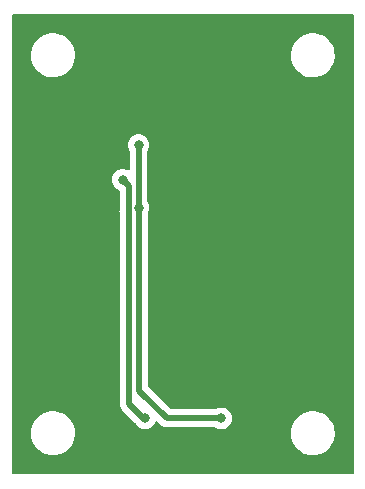
<source format=gbr>
%TF.GenerationSoftware,KiCad,Pcbnew,(6.0.0)*%
%TF.CreationDate,2022-01-16T13:33:15+00:00*%
%TF.ProjectId,Relay_RF,52656c61-795f-4524-962e-6b696361645f,rev?*%
%TF.SameCoordinates,Original*%
%TF.FileFunction,Copper,L3,Inr*%
%TF.FilePolarity,Positive*%
%FSLAX46Y46*%
G04 Gerber Fmt 4.6, Leading zero omitted, Abs format (unit mm)*
G04 Created by KiCad (PCBNEW (6.0.0)) date 2022-01-16 13:33:15*
%MOMM*%
%LPD*%
G01*
G04 APERTURE LIST*
%TA.AperFunction,ViaPad*%
%ADD10C,0.800000*%
%TD*%
%TA.AperFunction,Conductor*%
%ADD11C,0.500000*%
%TD*%
G04 APERTURE END LIST*
D10*
%TO.N,GND*%
X123650000Y-117750000D03*
X127400000Y-109100000D03*
X119000000Y-126350000D03*
X101100000Y-124800000D03*
X116500000Y-118650000D03*
X124450000Y-112350000D03*
X120800000Y-122400000D03*
X124700000Y-125800000D03*
X116500000Y-120250000D03*
X104150000Y-124850000D03*
X113300000Y-128250000D03*
X113300000Y-131450000D03*
X116500000Y-123450000D03*
X107100000Y-119100000D03*
X116500000Y-129850000D03*
X128850000Y-131750000D03*
X116500000Y-125050000D03*
X104200000Y-115500000D03*
X106800000Y-123550000D03*
X128850000Y-122400000D03*
X127450000Y-131700000D03*
X123150000Y-113000000D03*
X106000000Y-121300000D03*
X113300000Y-123450000D03*
X116500000Y-121850000D03*
X113300000Y-129850000D03*
X108800000Y-120950000D03*
X122300000Y-129400000D03*
X122100000Y-113900000D03*
X123350000Y-119100000D03*
X104850000Y-118750000D03*
X114900000Y-123450000D03*
X104850000Y-117200000D03*
X114900000Y-121850000D03*
X123150000Y-128450000D03*
X113300000Y-125050000D03*
X127400000Y-118400000D03*
X116500000Y-126650000D03*
X114900000Y-118650000D03*
X121350000Y-115250000D03*
X125900000Y-122400000D03*
X116500000Y-131450000D03*
X114900000Y-120250000D03*
X113300000Y-121850000D03*
X114900000Y-125050000D03*
X102600000Y-124850000D03*
X122150000Y-126300000D03*
X124450000Y-110450000D03*
X114900000Y-131450000D03*
X107200000Y-124800000D03*
X102650000Y-115500000D03*
X124750000Y-124250000D03*
X128850000Y-109100000D03*
X124750000Y-129950000D03*
X109050000Y-122250000D03*
X121000000Y-127350000D03*
X125900000Y-131750000D03*
X128850000Y-118350000D03*
X123650000Y-116250000D03*
X106650000Y-122250000D03*
X125900000Y-109100000D03*
X108000000Y-125700000D03*
X123400000Y-125850000D03*
X113300000Y-126650000D03*
X127450000Y-122400000D03*
X109200000Y-126200000D03*
X108050000Y-119850000D03*
X114900000Y-129850000D03*
X124750000Y-128250000D03*
X101050000Y-115500000D03*
X118900000Y-107000000D03*
X113300000Y-120250000D03*
X121600000Y-121200000D03*
X114900000Y-126650000D03*
X121300000Y-116700000D03*
X113300000Y-118650000D03*
X120950000Y-130000000D03*
X116500000Y-128250000D03*
X109150000Y-123550000D03*
X119000000Y-123600000D03*
X104850000Y-121250000D03*
X114900000Y-128250000D03*
X122600000Y-120250000D03*
X121000000Y-118300000D03*
X106050000Y-118800000D03*
X124500000Y-115200000D03*
X104850000Y-122750000D03*
X125900000Y-118400000D03*
%TO.N,Net-(C1-Pad1)*%
X111250000Y-116900000D03*
X118250000Y-134750000D03*
X111250000Y-111600000D03*
%TO.N,Net-(D1-Pad1)*%
X111800000Y-134750000D03*
X109900000Y-114550000D03*
%TD*%
D11*
%TO.N,Net-(C1-Pad1)*%
X111300000Y-132400000D02*
X111300000Y-116950000D01*
X118250000Y-134750000D02*
X113650000Y-134750000D01*
X113650000Y-134750000D02*
X111300000Y-132400000D01*
X111250000Y-111600000D02*
X111250000Y-116900000D01*
X111300000Y-116950000D02*
X111250000Y-116900000D01*
%TO.N,Net-(D1-Pad1)*%
X110450000Y-115100000D02*
X109900000Y-114550000D01*
X110450000Y-133550000D02*
X110450000Y-117301391D01*
X111800000Y-134750000D02*
X111650000Y-134750000D01*
X110400489Y-117251880D02*
X110400489Y-116548120D01*
X111650000Y-134750000D02*
X110450000Y-133550000D01*
X110450000Y-116498609D02*
X110450000Y-115100000D01*
X110450000Y-117301391D02*
X110400489Y-117251880D01*
X110400489Y-116548120D02*
X110450000Y-116498609D01*
%TD*%
%TA.AperFunction,Conductor*%
%TO.N,GND*%
G36*
X129434121Y-100528002D02*
G01*
X129480614Y-100581658D01*
X129492000Y-100634000D01*
X129492000Y-139366000D01*
X129471998Y-139434121D01*
X129418342Y-139480614D01*
X129366000Y-139492000D01*
X100634000Y-139492000D01*
X100565879Y-139471998D01*
X100519386Y-139418342D01*
X100508000Y-139366000D01*
X100508000Y-136042277D01*
X102137009Y-136042277D01*
X102162625Y-136310769D01*
X102163710Y-136315203D01*
X102163711Y-136315209D01*
X102225645Y-136568312D01*
X102226731Y-136572750D01*
X102327985Y-136822733D01*
X102464265Y-137055482D01*
X102467118Y-137059049D01*
X102584686Y-137206060D01*
X102632716Y-137266119D01*
X102829809Y-137450234D01*
X103051416Y-137603968D01*
X103055499Y-137605999D01*
X103055502Y-137606001D01*
X103171013Y-137663466D01*
X103292894Y-137724101D01*
X103297228Y-137725522D01*
X103297231Y-137725523D01*
X103544853Y-137806698D01*
X103544859Y-137806699D01*
X103549186Y-137808118D01*
X103553677Y-137808898D01*
X103553678Y-137808898D01*
X103811140Y-137853601D01*
X103811148Y-137853602D01*
X103814921Y-137854257D01*
X103818758Y-137854448D01*
X103898578Y-137858422D01*
X103898586Y-137858422D01*
X103900149Y-137858500D01*
X104068512Y-137858500D01*
X104070780Y-137858335D01*
X104070792Y-137858335D01*
X104201884Y-137848823D01*
X104269004Y-137843953D01*
X104273459Y-137842969D01*
X104273462Y-137842969D01*
X104527912Y-137786791D01*
X104527916Y-137786790D01*
X104532372Y-137785806D01*
X104658480Y-137738028D01*
X104780318Y-137691868D01*
X104780321Y-137691867D01*
X104784588Y-137690250D01*
X105020368Y-137559286D01*
X105234773Y-137395657D01*
X105423312Y-137202792D01*
X105582034Y-136984730D01*
X105665190Y-136826676D01*
X105705490Y-136750079D01*
X105705493Y-136750073D01*
X105707615Y-136746039D01*
X105770378Y-136568312D01*
X105795902Y-136496033D01*
X105795902Y-136496032D01*
X105797425Y-136491720D01*
X105849581Y-136227100D01*
X105858782Y-136042277D01*
X124137009Y-136042277D01*
X124162625Y-136310769D01*
X124163710Y-136315203D01*
X124163711Y-136315209D01*
X124225645Y-136568312D01*
X124226731Y-136572750D01*
X124327985Y-136822733D01*
X124464265Y-137055482D01*
X124467118Y-137059049D01*
X124584686Y-137206060D01*
X124632716Y-137266119D01*
X124829809Y-137450234D01*
X125051416Y-137603968D01*
X125055499Y-137605999D01*
X125055502Y-137606001D01*
X125171013Y-137663466D01*
X125292894Y-137724101D01*
X125297228Y-137725522D01*
X125297231Y-137725523D01*
X125544853Y-137806698D01*
X125544859Y-137806699D01*
X125549186Y-137808118D01*
X125553677Y-137808898D01*
X125553678Y-137808898D01*
X125811140Y-137853601D01*
X125811148Y-137853602D01*
X125814921Y-137854257D01*
X125818758Y-137854448D01*
X125898578Y-137858422D01*
X125898586Y-137858422D01*
X125900149Y-137858500D01*
X126068512Y-137858500D01*
X126070780Y-137858335D01*
X126070792Y-137858335D01*
X126201884Y-137848823D01*
X126269004Y-137843953D01*
X126273459Y-137842969D01*
X126273462Y-137842969D01*
X126527912Y-137786791D01*
X126527916Y-137786790D01*
X126532372Y-137785806D01*
X126658480Y-137738028D01*
X126780318Y-137691868D01*
X126780321Y-137691867D01*
X126784588Y-137690250D01*
X127020368Y-137559286D01*
X127234773Y-137395657D01*
X127423312Y-137202792D01*
X127582034Y-136984730D01*
X127665190Y-136826676D01*
X127705490Y-136750079D01*
X127705493Y-136750073D01*
X127707615Y-136746039D01*
X127770378Y-136568312D01*
X127795902Y-136496033D01*
X127795902Y-136496032D01*
X127797425Y-136491720D01*
X127849581Y-136227100D01*
X127858782Y-136042277D01*
X127862764Y-135962292D01*
X127862764Y-135962286D01*
X127862991Y-135957723D01*
X127837375Y-135689231D01*
X127829856Y-135658500D01*
X127774355Y-135431688D01*
X127773269Y-135427250D01*
X127672015Y-135177267D01*
X127535735Y-134944518D01*
X127417928Y-134797208D01*
X127370136Y-134737447D01*
X127370135Y-134737445D01*
X127367284Y-134733881D01*
X127170191Y-134549766D01*
X126948584Y-134396032D01*
X126944501Y-134394001D01*
X126944498Y-134393999D01*
X126779606Y-134311967D01*
X126707106Y-134275899D01*
X126702772Y-134274478D01*
X126702769Y-134274477D01*
X126455147Y-134193302D01*
X126455141Y-134193301D01*
X126450814Y-134191882D01*
X126446322Y-134191102D01*
X126188860Y-134146399D01*
X126188852Y-134146398D01*
X126185079Y-134145743D01*
X126173817Y-134145182D01*
X126101422Y-134141578D01*
X126101414Y-134141578D01*
X126099851Y-134141500D01*
X125931488Y-134141500D01*
X125929220Y-134141665D01*
X125929208Y-134141665D01*
X125798116Y-134151177D01*
X125730996Y-134156047D01*
X125726541Y-134157031D01*
X125726538Y-134157031D01*
X125472088Y-134213209D01*
X125472084Y-134213210D01*
X125467628Y-134214194D01*
X125341520Y-134261972D01*
X125219682Y-134308132D01*
X125219679Y-134308133D01*
X125215412Y-134309750D01*
X124979632Y-134440714D01*
X124765227Y-134604343D01*
X124576688Y-134797208D01*
X124417966Y-135015270D01*
X124383991Y-135079847D01*
X124294510Y-135249921D01*
X124294507Y-135249927D01*
X124292385Y-135253961D01*
X124290865Y-135258266D01*
X124290863Y-135258270D01*
X124204098Y-135503967D01*
X124202575Y-135508280D01*
X124150419Y-135772900D01*
X124150192Y-135777453D01*
X124150192Y-135777456D01*
X124140991Y-135962292D01*
X124137009Y-136042277D01*
X105858782Y-136042277D01*
X105862764Y-135962292D01*
X105862764Y-135962286D01*
X105862991Y-135957723D01*
X105837375Y-135689231D01*
X105829856Y-135658500D01*
X105774355Y-135431688D01*
X105773269Y-135427250D01*
X105672015Y-135177267D01*
X105535735Y-134944518D01*
X105417928Y-134797208D01*
X105370136Y-134737447D01*
X105370135Y-134737445D01*
X105367284Y-134733881D01*
X105170191Y-134549766D01*
X104948584Y-134396032D01*
X104944501Y-134394001D01*
X104944498Y-134393999D01*
X104779606Y-134311967D01*
X104707106Y-134275899D01*
X104702772Y-134274478D01*
X104702769Y-134274477D01*
X104455147Y-134193302D01*
X104455141Y-134193301D01*
X104450814Y-134191882D01*
X104446322Y-134191102D01*
X104188860Y-134146399D01*
X104188852Y-134146398D01*
X104185079Y-134145743D01*
X104173817Y-134145182D01*
X104101422Y-134141578D01*
X104101414Y-134141578D01*
X104099851Y-134141500D01*
X103931488Y-134141500D01*
X103929220Y-134141665D01*
X103929208Y-134141665D01*
X103798116Y-134151177D01*
X103730996Y-134156047D01*
X103726541Y-134157031D01*
X103726538Y-134157031D01*
X103472088Y-134213209D01*
X103472084Y-134213210D01*
X103467628Y-134214194D01*
X103341520Y-134261972D01*
X103219682Y-134308132D01*
X103219679Y-134308133D01*
X103215412Y-134309750D01*
X102979632Y-134440714D01*
X102765227Y-134604343D01*
X102576688Y-134797208D01*
X102417966Y-135015270D01*
X102383991Y-135079847D01*
X102294510Y-135249921D01*
X102294507Y-135249927D01*
X102292385Y-135253961D01*
X102290865Y-135258266D01*
X102290863Y-135258270D01*
X102204098Y-135503967D01*
X102202575Y-135508280D01*
X102150419Y-135772900D01*
X102150192Y-135777453D01*
X102150192Y-135777456D01*
X102140991Y-135962292D01*
X102137009Y-136042277D01*
X100508000Y-136042277D01*
X100508000Y-114550000D01*
X108986496Y-114550000D01*
X109006458Y-114739928D01*
X109065473Y-114921556D01*
X109160960Y-115086944D01*
X109288747Y-115228866D01*
X109443248Y-115341118D01*
X109449274Y-115343801D01*
X109449281Y-115343805D01*
X109616748Y-115418365D01*
X109670844Y-115464345D01*
X109691500Y-115533472D01*
X109691500Y-116243458D01*
X109684589Y-116281870D01*
X109684726Y-116281904D01*
X109684505Y-116282808D01*
X109684332Y-116283300D01*
X109684186Y-116284109D01*
X109682980Y-116289040D01*
X109680879Y-116294689D01*
X109678966Y-116300441D01*
X109675867Y-116307070D01*
X109674377Y-116314232D01*
X109674377Y-116314233D01*
X109661003Y-116378532D01*
X109660033Y-116382816D01*
X109642681Y-116453730D01*
X109641989Y-116464884D01*
X109641953Y-116464882D01*
X109641714Y-116468875D01*
X109641340Y-116473067D01*
X109639849Y-116480235D01*
X109640047Y-116487552D01*
X109641943Y-116557641D01*
X109641989Y-116561048D01*
X109641989Y-117184810D01*
X109640556Y-117203760D01*
X109637290Y-117225229D01*
X109637883Y-117232521D01*
X109637883Y-117232524D01*
X109641574Y-117277898D01*
X109641989Y-117288113D01*
X109641989Y-117296173D01*
X109642414Y-117299817D01*
X109645278Y-117324387D01*
X109645711Y-117328762D01*
X109651629Y-117401517D01*
X109653885Y-117408481D01*
X109655076Y-117414440D01*
X109656460Y-117420294D01*
X109657307Y-117427561D01*
X109659803Y-117434436D01*
X109682219Y-117496193D01*
X109683638Y-117500326D01*
X109685365Y-117505655D01*
X109691500Y-117544492D01*
X109691500Y-133482930D01*
X109690067Y-133501880D01*
X109686801Y-133523349D01*
X109687394Y-133530641D01*
X109687394Y-133530644D01*
X109691085Y-133576018D01*
X109691500Y-133586233D01*
X109691500Y-133594293D01*
X109691925Y-133597937D01*
X109694789Y-133622507D01*
X109695222Y-133626882D01*
X109701140Y-133699637D01*
X109703396Y-133706601D01*
X109704587Y-133712560D01*
X109705971Y-133718415D01*
X109706818Y-133725681D01*
X109731735Y-133794327D01*
X109733152Y-133798455D01*
X109755649Y-133867899D01*
X109759445Y-133874154D01*
X109761951Y-133879628D01*
X109764670Y-133885058D01*
X109767167Y-133891937D01*
X109771180Y-133898057D01*
X109771180Y-133898058D01*
X109807186Y-133952976D01*
X109809523Y-133956680D01*
X109847405Y-134019107D01*
X109851121Y-134023315D01*
X109851122Y-134023316D01*
X109854803Y-134027484D01*
X109854776Y-134027508D01*
X109857429Y-134030500D01*
X109860132Y-134033733D01*
X109864144Y-134039852D01*
X109869456Y-134044884D01*
X109920383Y-134093128D01*
X109922825Y-134095506D01*
X110976415Y-135149096D01*
X110996439Y-135175191D01*
X111060960Y-135286944D01*
X111065378Y-135291851D01*
X111065379Y-135291852D01*
X111083489Y-135311965D01*
X111188747Y-135428866D01*
X111272800Y-135489934D01*
X111337904Y-135537235D01*
X111343248Y-135541118D01*
X111349276Y-135543802D01*
X111349278Y-135543803D01*
X111511681Y-135616109D01*
X111517712Y-135618794D01*
X111611112Y-135638647D01*
X111698056Y-135657128D01*
X111698061Y-135657128D01*
X111704513Y-135658500D01*
X111895487Y-135658500D01*
X111901939Y-135657128D01*
X111901944Y-135657128D01*
X111988888Y-135638647D01*
X112082288Y-135618794D01*
X112088319Y-135616109D01*
X112250722Y-135543803D01*
X112250724Y-135543802D01*
X112256752Y-135541118D01*
X112262097Y-135537235D01*
X112327200Y-135489934D01*
X112411253Y-135428866D01*
X112516511Y-135311965D01*
X112534621Y-135291852D01*
X112534622Y-135291851D01*
X112539040Y-135286944D01*
X112634527Y-135121556D01*
X112648079Y-135079846D01*
X112688152Y-135021241D01*
X112753549Y-134993604D01*
X112823506Y-135005711D01*
X112857007Y-135029688D01*
X113066230Y-135238911D01*
X113078616Y-135253323D01*
X113087149Y-135264918D01*
X113087154Y-135264923D01*
X113091492Y-135270818D01*
X113097070Y-135275557D01*
X113097073Y-135275560D01*
X113131768Y-135305035D01*
X113139284Y-135311965D01*
X113144979Y-135317660D01*
X113147861Y-135319940D01*
X113167251Y-135335281D01*
X113170655Y-135338072D01*
X113220703Y-135380591D01*
X113226285Y-135385333D01*
X113232801Y-135388661D01*
X113237850Y-135392028D01*
X113242979Y-135395195D01*
X113248716Y-135399734D01*
X113314875Y-135430655D01*
X113318769Y-135432558D01*
X113383808Y-135465769D01*
X113390917Y-135467508D01*
X113396551Y-135469604D01*
X113402321Y-135471523D01*
X113408950Y-135474622D01*
X113416113Y-135476112D01*
X113416116Y-135476113D01*
X113466830Y-135486661D01*
X113480435Y-135489491D01*
X113484701Y-135490457D01*
X113555610Y-135507808D01*
X113561212Y-135508156D01*
X113561215Y-135508156D01*
X113566764Y-135508500D01*
X113566762Y-135508535D01*
X113570734Y-135508775D01*
X113574955Y-135509152D01*
X113582115Y-135510641D01*
X113659542Y-135508546D01*
X113662950Y-135508500D01*
X117707413Y-135508500D01*
X117781472Y-135532563D01*
X117787902Y-135537235D01*
X117787909Y-135537239D01*
X117793248Y-135541118D01*
X117799276Y-135543802D01*
X117799278Y-135543803D01*
X117961681Y-135616109D01*
X117967712Y-135618794D01*
X118061112Y-135638647D01*
X118148056Y-135657128D01*
X118148061Y-135657128D01*
X118154513Y-135658500D01*
X118345487Y-135658500D01*
X118351939Y-135657128D01*
X118351944Y-135657128D01*
X118438888Y-135638647D01*
X118532288Y-135618794D01*
X118538319Y-135616109D01*
X118700722Y-135543803D01*
X118700724Y-135543802D01*
X118706752Y-135541118D01*
X118712097Y-135537235D01*
X118777200Y-135489934D01*
X118861253Y-135428866D01*
X118966511Y-135311965D01*
X118984621Y-135291852D01*
X118984622Y-135291851D01*
X118989040Y-135286944D01*
X119084527Y-135121556D01*
X119143542Y-134939928D01*
X119163504Y-134750000D01*
X119161482Y-134730760D01*
X119144232Y-134566635D01*
X119144232Y-134566633D01*
X119143542Y-134560072D01*
X119084527Y-134378444D01*
X118989040Y-134213056D01*
X118971254Y-134193302D01*
X118865675Y-134076045D01*
X118865674Y-134076044D01*
X118861253Y-134071134D01*
X118751647Y-133991500D01*
X118712094Y-133962763D01*
X118712093Y-133962762D01*
X118706752Y-133958882D01*
X118700724Y-133956198D01*
X118700722Y-133956197D01*
X118538319Y-133883891D01*
X118538318Y-133883891D01*
X118532288Y-133881206D01*
X118436926Y-133860936D01*
X118351944Y-133842872D01*
X118351939Y-133842872D01*
X118345487Y-133841500D01*
X118154513Y-133841500D01*
X118148061Y-133842872D01*
X118148056Y-133842872D01*
X118063074Y-133860936D01*
X117967712Y-133881206D01*
X117961682Y-133883891D01*
X117961681Y-133883891D01*
X117799278Y-133956197D01*
X117799276Y-133956198D01*
X117793248Y-133958882D01*
X117787909Y-133962761D01*
X117787902Y-133962765D01*
X117781472Y-133967437D01*
X117707413Y-133991500D01*
X114016371Y-133991500D01*
X113948250Y-133971498D01*
X113927276Y-133954595D01*
X112095405Y-132122724D01*
X112061379Y-132060412D01*
X112058500Y-132033629D01*
X112058500Y-117350397D01*
X112075380Y-117287398D01*
X112084527Y-117271556D01*
X112143542Y-117089928D01*
X112163504Y-116900000D01*
X112143542Y-116710072D01*
X112084527Y-116528444D01*
X112025381Y-116426000D01*
X112008500Y-116363001D01*
X112008500Y-112136999D01*
X112025381Y-112073999D01*
X112081223Y-111977279D01*
X112081224Y-111977278D01*
X112084527Y-111971556D01*
X112143542Y-111789928D01*
X112163504Y-111600000D01*
X112143542Y-111410072D01*
X112084527Y-111228444D01*
X111989040Y-111063056D01*
X111861253Y-110921134D01*
X111706752Y-110808882D01*
X111700724Y-110806198D01*
X111700722Y-110806197D01*
X111538319Y-110733891D01*
X111538318Y-110733891D01*
X111532288Y-110731206D01*
X111438888Y-110711353D01*
X111351944Y-110692872D01*
X111351939Y-110692872D01*
X111345487Y-110691500D01*
X111154513Y-110691500D01*
X111148061Y-110692872D01*
X111148056Y-110692872D01*
X111061112Y-110711353D01*
X110967712Y-110731206D01*
X110961682Y-110733891D01*
X110961681Y-110733891D01*
X110799278Y-110806197D01*
X110799276Y-110806198D01*
X110793248Y-110808882D01*
X110638747Y-110921134D01*
X110510960Y-111063056D01*
X110415473Y-111228444D01*
X110356458Y-111410072D01*
X110336496Y-111600000D01*
X110356458Y-111789928D01*
X110415473Y-111971556D01*
X110418776Y-111977278D01*
X110418777Y-111977279D01*
X110474619Y-112073999D01*
X110491500Y-112136999D01*
X110491500Y-113624852D01*
X110471498Y-113692973D01*
X110417842Y-113739466D01*
X110347568Y-113749570D01*
X110314252Y-113739959D01*
X110188323Y-113683892D01*
X110188315Y-113683889D01*
X110182288Y-113681206D01*
X110088887Y-113661353D01*
X110001944Y-113642872D01*
X110001939Y-113642872D01*
X109995487Y-113641500D01*
X109804513Y-113641500D01*
X109798061Y-113642872D01*
X109798056Y-113642872D01*
X109711113Y-113661353D01*
X109617712Y-113681206D01*
X109611682Y-113683891D01*
X109611681Y-113683891D01*
X109449278Y-113756197D01*
X109449276Y-113756198D01*
X109443248Y-113758882D01*
X109288747Y-113871134D01*
X109160960Y-114013056D01*
X109065473Y-114178444D01*
X109006458Y-114360072D01*
X108986496Y-114550000D01*
X100508000Y-114550000D01*
X100508000Y-104042277D01*
X102137009Y-104042277D01*
X102162625Y-104310769D01*
X102163710Y-104315203D01*
X102163711Y-104315209D01*
X102225645Y-104568312D01*
X102226731Y-104572750D01*
X102327985Y-104822733D01*
X102464265Y-105055482D01*
X102467118Y-105059049D01*
X102584686Y-105206060D01*
X102632716Y-105266119D01*
X102829809Y-105450234D01*
X103051416Y-105603968D01*
X103055499Y-105605999D01*
X103055502Y-105606001D01*
X103171013Y-105663466D01*
X103292894Y-105724101D01*
X103297228Y-105725522D01*
X103297231Y-105725523D01*
X103544853Y-105806698D01*
X103544859Y-105806699D01*
X103549186Y-105808118D01*
X103553677Y-105808898D01*
X103553678Y-105808898D01*
X103811140Y-105853601D01*
X103811148Y-105853602D01*
X103814921Y-105854257D01*
X103818758Y-105854448D01*
X103898578Y-105858422D01*
X103898586Y-105858422D01*
X103900149Y-105858500D01*
X104068512Y-105858500D01*
X104070780Y-105858335D01*
X104070792Y-105858335D01*
X104201884Y-105848823D01*
X104269004Y-105843953D01*
X104273459Y-105842969D01*
X104273462Y-105842969D01*
X104527912Y-105786791D01*
X104527916Y-105786790D01*
X104532372Y-105785806D01*
X104658480Y-105738028D01*
X104780318Y-105691868D01*
X104780321Y-105691867D01*
X104784588Y-105690250D01*
X105020368Y-105559286D01*
X105234773Y-105395657D01*
X105423312Y-105202792D01*
X105582034Y-104984730D01*
X105665190Y-104826676D01*
X105705490Y-104750079D01*
X105705493Y-104750073D01*
X105707615Y-104746039D01*
X105770378Y-104568312D01*
X105795902Y-104496033D01*
X105795902Y-104496032D01*
X105797425Y-104491720D01*
X105849581Y-104227100D01*
X105858782Y-104042277D01*
X124137009Y-104042277D01*
X124162625Y-104310769D01*
X124163710Y-104315203D01*
X124163711Y-104315209D01*
X124225645Y-104568312D01*
X124226731Y-104572750D01*
X124327985Y-104822733D01*
X124464265Y-105055482D01*
X124467118Y-105059049D01*
X124584686Y-105206060D01*
X124632716Y-105266119D01*
X124829809Y-105450234D01*
X125051416Y-105603968D01*
X125055499Y-105605999D01*
X125055502Y-105606001D01*
X125171013Y-105663466D01*
X125292894Y-105724101D01*
X125297228Y-105725522D01*
X125297231Y-105725523D01*
X125544853Y-105806698D01*
X125544859Y-105806699D01*
X125549186Y-105808118D01*
X125553677Y-105808898D01*
X125553678Y-105808898D01*
X125811140Y-105853601D01*
X125811148Y-105853602D01*
X125814921Y-105854257D01*
X125818758Y-105854448D01*
X125898578Y-105858422D01*
X125898586Y-105858422D01*
X125900149Y-105858500D01*
X126068512Y-105858500D01*
X126070780Y-105858335D01*
X126070792Y-105858335D01*
X126201884Y-105848823D01*
X126269004Y-105843953D01*
X126273459Y-105842969D01*
X126273462Y-105842969D01*
X126527912Y-105786791D01*
X126527916Y-105786790D01*
X126532372Y-105785806D01*
X126658480Y-105738028D01*
X126780318Y-105691868D01*
X126780321Y-105691867D01*
X126784588Y-105690250D01*
X127020368Y-105559286D01*
X127234773Y-105395657D01*
X127423312Y-105202792D01*
X127582034Y-104984730D01*
X127665190Y-104826676D01*
X127705490Y-104750079D01*
X127705493Y-104750073D01*
X127707615Y-104746039D01*
X127770378Y-104568312D01*
X127795902Y-104496033D01*
X127795902Y-104496032D01*
X127797425Y-104491720D01*
X127849581Y-104227100D01*
X127858782Y-104042277D01*
X127862764Y-103962292D01*
X127862764Y-103962286D01*
X127862991Y-103957723D01*
X127837375Y-103689231D01*
X127792042Y-103503967D01*
X127774355Y-103431688D01*
X127773269Y-103427250D01*
X127672015Y-103177267D01*
X127535735Y-102944518D01*
X127417928Y-102797208D01*
X127370136Y-102737447D01*
X127370135Y-102737445D01*
X127367284Y-102733881D01*
X127170191Y-102549766D01*
X126948584Y-102396032D01*
X126944501Y-102394001D01*
X126944498Y-102393999D01*
X126779606Y-102311967D01*
X126707106Y-102275899D01*
X126702772Y-102274478D01*
X126702769Y-102274477D01*
X126455147Y-102193302D01*
X126455141Y-102193301D01*
X126450814Y-102191882D01*
X126446322Y-102191102D01*
X126188860Y-102146399D01*
X126188852Y-102146398D01*
X126185079Y-102145743D01*
X126173817Y-102145182D01*
X126101422Y-102141578D01*
X126101414Y-102141578D01*
X126099851Y-102141500D01*
X125931488Y-102141500D01*
X125929220Y-102141665D01*
X125929208Y-102141665D01*
X125798116Y-102151177D01*
X125730996Y-102156047D01*
X125726541Y-102157031D01*
X125726538Y-102157031D01*
X125472088Y-102213209D01*
X125472084Y-102213210D01*
X125467628Y-102214194D01*
X125341520Y-102261972D01*
X125219682Y-102308132D01*
X125219679Y-102308133D01*
X125215412Y-102309750D01*
X124979632Y-102440714D01*
X124765227Y-102604343D01*
X124576688Y-102797208D01*
X124417966Y-103015270D01*
X124415844Y-103019304D01*
X124294510Y-103249921D01*
X124294507Y-103249927D01*
X124292385Y-103253961D01*
X124290865Y-103258266D01*
X124290863Y-103258270D01*
X124204098Y-103503967D01*
X124202575Y-103508280D01*
X124150419Y-103772900D01*
X124150192Y-103777453D01*
X124150192Y-103777456D01*
X124140991Y-103962292D01*
X124137009Y-104042277D01*
X105858782Y-104042277D01*
X105862764Y-103962292D01*
X105862764Y-103962286D01*
X105862991Y-103957723D01*
X105837375Y-103689231D01*
X105792042Y-103503967D01*
X105774355Y-103431688D01*
X105773269Y-103427250D01*
X105672015Y-103177267D01*
X105535735Y-102944518D01*
X105417928Y-102797208D01*
X105370136Y-102737447D01*
X105370135Y-102737445D01*
X105367284Y-102733881D01*
X105170191Y-102549766D01*
X104948584Y-102396032D01*
X104944501Y-102394001D01*
X104944498Y-102393999D01*
X104779606Y-102311967D01*
X104707106Y-102275899D01*
X104702772Y-102274478D01*
X104702769Y-102274477D01*
X104455147Y-102193302D01*
X104455141Y-102193301D01*
X104450814Y-102191882D01*
X104446322Y-102191102D01*
X104188860Y-102146399D01*
X104188852Y-102146398D01*
X104185079Y-102145743D01*
X104173817Y-102145182D01*
X104101422Y-102141578D01*
X104101414Y-102141578D01*
X104099851Y-102141500D01*
X103931488Y-102141500D01*
X103929220Y-102141665D01*
X103929208Y-102141665D01*
X103798116Y-102151177D01*
X103730996Y-102156047D01*
X103726541Y-102157031D01*
X103726538Y-102157031D01*
X103472088Y-102213209D01*
X103472084Y-102213210D01*
X103467628Y-102214194D01*
X103341520Y-102261972D01*
X103219682Y-102308132D01*
X103219679Y-102308133D01*
X103215412Y-102309750D01*
X102979632Y-102440714D01*
X102765227Y-102604343D01*
X102576688Y-102797208D01*
X102417966Y-103015270D01*
X102415844Y-103019304D01*
X102294510Y-103249921D01*
X102294507Y-103249927D01*
X102292385Y-103253961D01*
X102290865Y-103258266D01*
X102290863Y-103258270D01*
X102204098Y-103503967D01*
X102202575Y-103508280D01*
X102150419Y-103772900D01*
X102150192Y-103777453D01*
X102150192Y-103777456D01*
X102140991Y-103962292D01*
X102137009Y-104042277D01*
X100508000Y-104042277D01*
X100508000Y-100634000D01*
X100528002Y-100565879D01*
X100581658Y-100519386D01*
X100634000Y-100508000D01*
X129366000Y-100508000D01*
X129434121Y-100528002D01*
G37*
%TD.AperFunction*%
%TD*%
M02*

</source>
